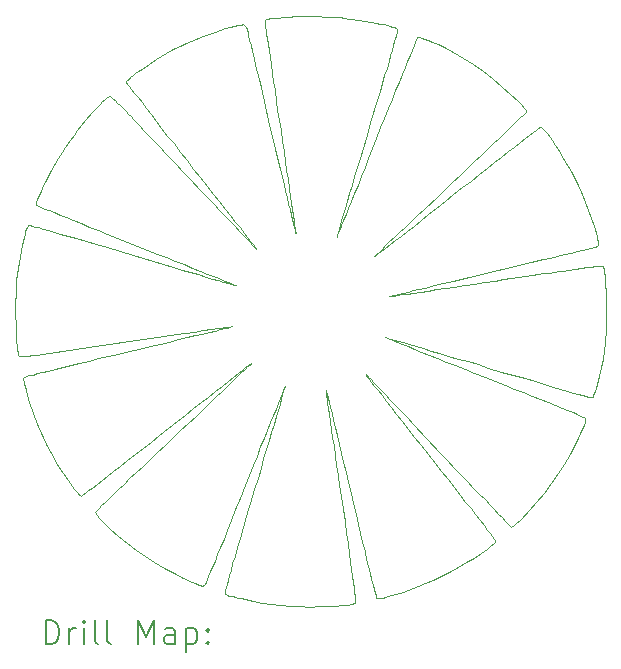
<source format=gbr>
%TF.GenerationSoftware,KiCad,Pcbnew,8.0.4+dfsg-1*%
%TF.CreationDate,2024-08-07T14:19:11+02:00*%
%TF.ProjectId,EMC_antenna,454d435f-616e-4746-956e-6e612e6b6963,rev?*%
%TF.SameCoordinates,Original*%
%TF.FileFunction,Drillmap*%
%TF.FilePolarity,Positive*%
%FSLAX45Y45*%
G04 Gerber Fmt 4.5, Leading zero omitted, Abs format (unit mm)*
G04 Created by KiCad (PCBNEW 8.0.4+dfsg-1) date 2024-08-07 14:19:11*
%MOMM*%
%LPD*%
G01*
G04 APERTURE LIST*
%ADD10C,0.100000*%
%ADD11C,0.200000*%
G04 APERTURE END LIST*
D10*
X12209538Y-9033331D02*
X12211433Y-9135379D01*
X12210001Y-8930255D02*
X12209538Y-9033331D01*
X12211183Y-8880544D02*
X12210001Y-8930255D01*
X12211433Y-9135379D02*
X12213198Y-9183806D01*
X12213036Y-8833230D02*
X12211183Y-8880544D01*
X12213198Y-9183806D02*
X12215472Y-9229322D01*
X12215472Y-9229322D02*
X12218228Y-9271043D01*
X12215585Y-8789198D02*
X12213036Y-8833230D01*
X12218228Y-9271043D02*
X12221440Y-9308083D01*
X12218857Y-8749332D02*
X12215585Y-8789198D01*
X12221440Y-9308083D02*
X12225081Y-9339558D01*
X12225081Y-9339558D02*
X12229124Y-9364584D01*
X12229124Y-9364584D02*
X12233542Y-9382275D01*
X12233542Y-9382275D02*
X12238308Y-9391747D01*
X12238308Y-9391747D02*
X12242290Y-9394402D01*
X12238543Y-8600249D02*
X12218857Y-8749332D01*
X12242290Y-9394402D02*
X12248689Y-9396061D01*
X12248689Y-9396061D02*
X12258339Y-9396667D01*
X12258339Y-9396667D02*
X12272074Y-9396165D01*
X12266027Y-8453805D02*
X12238543Y-8600249D01*
X12272074Y-9396165D02*
X12290729Y-9394498D01*
X12273370Y-8421059D02*
X12266027Y-8453805D01*
X12277307Y-9595288D02*
X12279089Y-9606909D01*
X12277379Y-9580056D02*
X12277307Y-9595288D01*
X12279089Y-9606909D02*
X12282171Y-9621958D01*
X12280702Y-8390781D02*
X12273370Y-8421059D01*
X12281867Y-9571704D02*
X12277379Y-9580056D01*
X12282171Y-9621958D02*
X12286617Y-9641006D01*
X12286617Y-9641006D02*
X12286887Y-9642090D01*
X12286806Y-9641764D02*
X12298869Y-9690221D01*
X12286887Y-9642090D02*
X12292492Y-9664620D01*
X12287478Y-9569587D02*
X12281867Y-9571704D01*
X12287925Y-8363431D02*
X12280702Y-8390781D01*
X12290729Y-9394498D02*
X12315137Y-9391611D01*
X12292492Y-9664620D02*
X12286806Y-9641764D01*
X12294937Y-8339469D02*
X12287925Y-8363431D01*
X12298869Y-9690221D02*
X12326499Y-9786192D01*
X12301641Y-8319356D02*
X12294937Y-8339469D01*
X12301876Y-9565411D02*
X12287478Y-9569587D01*
X12307935Y-8303552D02*
X12301641Y-8319356D01*
X12313722Y-8292517D02*
X12307935Y-8303552D01*
X12315137Y-9391611D02*
X12346134Y-9387448D01*
X12318900Y-8286712D02*
X12313722Y-8292517D01*
X12323376Y-8286693D02*
X12318900Y-8286712D01*
X12324605Y-9559290D02*
X12301876Y-9565411D01*
X12326499Y-9786192D02*
X12358079Y-9880937D01*
X12333876Y-8288570D02*
X12323376Y-8286693D01*
X12346134Y-9387448D02*
X12384552Y-9381951D01*
X12350560Y-8292388D02*
X12333876Y-8288570D01*
X12355210Y-9551334D02*
X12324605Y-9559290D01*
X12358079Y-9880937D02*
X12393556Y-9974292D01*
X12373586Y-8298193D02*
X12350560Y-8292388D01*
X12383277Y-8100440D02*
X12383416Y-8109433D01*
X12383416Y-8109433D02*
X12386103Y-8115288D01*
X12384552Y-9381951D02*
X12883206Y-9309368D01*
X12386060Y-8087308D02*
X12383277Y-8100440D01*
X12386103Y-8115288D02*
X12391359Y-8118089D01*
X12391359Y-8118089D02*
X12405043Y-8124216D01*
X12392134Y-8069032D02*
X12386060Y-8087308D01*
X12393233Y-9541655D02*
X12355210Y-9551334D01*
X12393556Y-9974292D02*
X12432869Y-10066099D01*
X12401870Y-8044611D02*
X12392134Y-8069032D01*
X12403114Y-8306030D02*
X12373586Y-8298193D01*
X12405043Y-8124216D02*
X12426719Y-8133492D01*
X12415641Y-8013043D02*
X12401870Y-8044611D01*
X12424156Y-7994265D02*
X12415641Y-8013043D01*
X12426719Y-8133492D02*
X12455949Y-8145741D01*
X12432869Y-10066099D02*
X12475950Y-10156198D01*
X12433818Y-7973324D02*
X12424156Y-7994265D01*
X12438220Y-9530366D02*
X12393233Y-9541655D01*
X12439303Y-8315945D02*
X12403114Y-8306030D01*
X12444674Y-7950095D02*
X12433818Y-7973324D01*
X12455949Y-8145741D02*
X12492299Y-8160785D01*
X12456771Y-7924452D02*
X12444674Y-7950095D01*
X12475950Y-10156198D02*
X12499112Y-10200436D01*
X12482313Y-8327984D02*
X12439303Y-8315945D01*
X12489715Y-9517578D02*
X12438220Y-9530366D01*
X12492299Y-8160785D02*
X12535331Y-8178447D01*
X12498918Y-7840193D02*
X12456771Y-7924452D01*
X12499112Y-10200436D02*
X12571020Y-10323691D01*
X12532304Y-8342192D02*
X12482313Y-8327984D01*
X12535331Y-8178447D02*
X12584610Y-8198552D01*
X12545222Y-7757979D02*
X12498918Y-7840193D01*
X12547262Y-9503403D02*
X12489715Y-9517578D01*
X12571020Y-10323691D02*
X12652540Y-10446280D01*
X12571348Y-7715263D02*
X12545222Y-7757979D01*
X12584610Y-8198552D02*
X12639698Y-8220921D01*
X12589434Y-8358614D02*
X12532304Y-8342192D01*
X12600212Y-7670208D02*
X12571348Y-7715263D01*
X12610405Y-9487953D02*
X12547262Y-9503403D01*
X12632380Y-7621862D02*
X12600212Y-7670208D01*
X12639698Y-8220921D02*
X12700160Y-8245378D01*
X12652540Y-10446280D02*
X12672103Y-10473539D01*
X12653862Y-8377297D02*
X12589434Y-8358614D01*
X12668418Y-7569277D02*
X12632380Y-7621862D01*
X12672103Y-10473539D02*
X12690720Y-10498565D01*
X12678689Y-9471340D02*
X12610405Y-9487953D01*
X12690720Y-10498565D02*
X12708082Y-10520922D01*
X12700160Y-8245378D02*
X12765558Y-8271747D01*
X12701562Y-7522285D02*
X12668418Y-7569277D01*
X12708082Y-10520922D02*
X12723880Y-10540171D01*
X12723880Y-10540171D02*
X12737804Y-10555874D01*
X12725749Y-8398286D02*
X12653862Y-8377297D01*
X12733318Y-7478981D02*
X12701562Y-7522285D01*
X12737804Y-10555874D02*
X12749545Y-10567593D01*
X12749545Y-10567593D02*
X12758793Y-10574890D01*
X12751658Y-9453676D02*
X12678689Y-9471340D01*
X12758793Y-10574890D02*
X12765240Y-10577327D01*
X12764268Y-7438661D02*
X12733318Y-7478981D01*
X12765240Y-10577327D02*
X12770509Y-10574327D01*
X12765558Y-8271747D02*
X12835458Y-8299850D01*
X12770509Y-10574327D02*
X12782965Y-10565610D01*
X12782965Y-10565610D02*
X12802233Y-10551469D01*
X12794996Y-7400622D02*
X12764268Y-7438661D01*
X12802233Y-10551469D02*
X12827934Y-10532195D01*
X12805254Y-8421626D02*
X12725749Y-8398286D01*
X12827934Y-10532195D02*
X12859692Y-10508081D01*
X12828856Y-9435072D02*
X12751658Y-9453676D01*
X12835458Y-8299850D02*
X12909422Y-8329511D01*
X12858119Y-7328575D02*
X12794996Y-7400622D01*
X12859692Y-10508081D02*
X12897129Y-10479420D01*
X12883206Y-9309368D02*
X13640937Y-9198828D01*
X12884565Y-10713459D02*
X12885205Y-10717537D01*
X12885205Y-10717537D02*
X12888180Y-10723612D01*
X12888180Y-10723612D02*
X12893323Y-10731507D01*
X12888221Y-10708878D02*
X12884565Y-10713459D01*
X12892536Y-8447363D02*
X12805254Y-8421626D01*
X12893323Y-10731507D02*
X12900467Y-10741048D01*
X12897129Y-10479420D02*
X12939869Y-10446504D01*
X12898429Y-10698143D02*
X12888221Y-10708878D01*
X12900467Y-10741048D02*
X12920089Y-10764366D01*
X12909422Y-8329511D02*
X12987014Y-8360552D01*
X12909827Y-9415641D02*
X12828856Y-9435072D01*
X12914851Y-10681575D02*
X12898429Y-10698143D01*
X12920089Y-10764366D02*
X12945710Y-10792165D01*
X12927354Y-7257217D02*
X12858119Y-7328575D01*
X12937152Y-10659500D02*
X12914851Y-10681575D01*
X12939869Y-10446504D02*
X12987533Y-10409625D01*
X12945256Y-7239772D02*
X12927354Y-7257217D01*
X12945710Y-10792165D02*
X13009608Y-10855597D01*
X12960489Y-7225450D02*
X12945256Y-7239772D01*
X12964994Y-10632241D02*
X12937152Y-10659500D01*
X12973306Y-7214057D02*
X12960489Y-7225450D01*
X12983959Y-7205403D02*
X12973306Y-7214057D01*
X12987014Y-8360552D02*
X13067798Y-8392798D01*
X12987533Y-10409625D02*
X13039746Y-10369076D01*
X12987754Y-8475543D02*
X12892536Y-8447363D01*
X12992703Y-7199293D02*
X12983959Y-7205403D01*
X12994115Y-9395494D02*
X12909827Y-9415641D01*
X12998041Y-10600120D02*
X12964994Y-10632241D01*
X12999788Y-7195536D02*
X12992703Y-7199293D01*
X13005469Y-7193939D02*
X12999788Y-7195536D01*
X13009608Y-10855597D02*
X13081476Y-10920128D01*
X13009998Y-7194309D02*
X13005469Y-7193939D01*
X13014292Y-7196188D02*
X13009998Y-7194309D01*
X13020027Y-7199901D02*
X13014292Y-7196188D01*
X13027962Y-7206236D02*
X13020027Y-7199901D01*
X13035958Y-10563461D02*
X12998041Y-10600120D01*
X13038856Y-7215977D02*
X13027962Y-7206236D01*
X13039746Y-10369076D02*
X13096130Y-10325148D01*
X13053467Y-7229911D02*
X13038856Y-7215977D01*
X13067798Y-8392798D02*
X13151337Y-8426070D01*
X13072554Y-7248823D02*
X13053467Y-7229911D01*
X13078406Y-10522588D02*
X13035958Y-10563461D01*
X13081265Y-9374743D02*
X12994115Y-9395494D01*
X13081476Y-10920128D02*
X13152980Y-10978330D01*
X13091068Y-8506210D02*
X12987754Y-8475543D01*
X13096130Y-10325148D02*
X13156307Y-10278136D01*
X13096876Y-7273499D02*
X13072554Y-7248823D01*
X13125051Y-10477824D02*
X13078406Y-10522588D01*
X13127191Y-7304726D02*
X13096876Y-7273499D01*
X13144834Y-7323041D02*
X13127191Y-7304726D01*
X13146720Y-7073516D02*
X13149722Y-7078779D01*
X13149159Y-7067075D02*
X13146720Y-7073516D01*
X13149722Y-7078779D02*
X13158446Y-7091224D01*
X13151337Y-8426070D02*
X13237196Y-8460193D01*
X13152980Y-10978330D02*
X13228516Y-11035172D01*
X13156307Y-10278136D02*
X13219900Y-10228330D01*
X13156463Y-7057836D02*
X13149159Y-7067075D01*
X13158446Y-7091224D02*
X13172600Y-7110473D01*
X13164259Y-7343288D02*
X13144834Y-7323041D01*
X13168193Y-7046106D02*
X13156463Y-7057836D01*
X13170821Y-9353501D02*
X13081265Y-9374743D01*
X13172600Y-7110473D02*
X13191889Y-7136149D01*
X13175554Y-10429493D02*
X13125051Y-10477824D01*
X13183912Y-7032196D02*
X13168193Y-7046106D01*
X13185562Y-7365566D02*
X13164259Y-7343288D01*
X13191889Y-7136149D02*
X13216023Y-7167876D01*
X13202638Y-8539412D02*
X13091068Y-8506210D01*
X13203179Y-7016413D02*
X13183912Y-7032196D01*
X13208838Y-7389973D02*
X13185562Y-7365566D01*
X13216023Y-7167876D02*
X13244708Y-7205277D01*
X13219900Y-10228330D02*
X13286533Y-10176023D01*
X13225558Y-6999068D02*
X13203179Y-7016413D01*
X13228516Y-11035172D02*
X13306976Y-11089964D01*
X13229581Y-10377917D02*
X13175554Y-10429493D01*
X13234181Y-7416606D02*
X13208838Y-7389973D01*
X13237196Y-8460193D02*
X13322997Y-8494274D01*
X13244708Y-7205277D02*
X13277651Y-7247975D01*
X13250609Y-6980469D02*
X13225558Y-6999068D01*
X13260290Y-9332299D02*
X13170821Y-9353501D01*
X13261686Y-7445565D02*
X13234181Y-7416606D01*
X13277651Y-7247975D02*
X13314561Y-7295594D01*
X13277894Y-6960925D02*
X13250609Y-6980469D01*
X13286533Y-10176023D02*
X13355828Y-10121508D01*
X13286795Y-10323420D02*
X13229581Y-10377917D01*
X13291449Y-7476947D02*
X13261686Y-7445565D01*
X13291509Y-8565872D02*
X13202638Y-8539412D01*
X13306976Y-11089964D02*
X13387251Y-11142014D01*
X13314561Y-7295594D02*
X13355144Y-7347756D01*
X13322997Y-8494274D02*
X13406368Y-8527423D01*
X13323563Y-7510850D02*
X13291449Y-7476947D01*
X13346859Y-10266326D02*
X13286795Y-10323420D01*
X13347184Y-9311670D02*
X13260290Y-9332299D01*
X13355144Y-7347756D02*
X13399107Y-7404085D01*
X13355828Y-10121508D02*
X13427408Y-10065077D01*
X13358125Y-7547373D02*
X13323563Y-7510850D01*
X13377912Y-8591567D02*
X13291509Y-8565872D01*
X13387251Y-11142014D02*
X13468235Y-11190629D01*
X13395228Y-7586615D02*
X13358125Y-7547373D01*
X13399107Y-7404085D02*
X13446159Y-7464204D01*
X13400602Y-6879483D02*
X13277894Y-6960925D01*
X13406368Y-8527423D02*
X13486880Y-8559467D01*
X13409436Y-10206958D02*
X13346859Y-10266326D01*
X13427408Y-10065077D02*
X13500895Y-10007023D01*
X13431056Y-9291720D02*
X13347184Y-9311670D01*
X13434967Y-7628672D02*
X13395228Y-7586615D01*
X13446159Y-7464204D02*
X13496006Y-7527735D01*
X13461399Y-8616364D02*
X13377912Y-8591567D01*
X13468235Y-11190629D02*
X13548818Y-11235120D01*
X13474191Y-10145639D02*
X13409436Y-10206958D01*
X13477438Y-7673644D02*
X13434967Y-7628672D01*
X13486880Y-8559467D02*
X13564100Y-8590234D01*
X13496006Y-7527735D02*
X13548356Y-7594304D01*
X13500895Y-10007023D02*
X13574235Y-9949044D01*
X13511458Y-9272556D02*
X13431056Y-9291720D01*
X13522735Y-7721629D02*
X13477438Y-7673644D01*
X13523971Y-6807650D02*
X13400602Y-6879483D01*
X13540786Y-10082693D02*
X13474191Y-10145639D01*
X13541520Y-8640132D02*
X13461399Y-8616364D01*
X13548356Y-7594304D02*
X13602916Y-7663531D01*
X13548818Y-11235120D02*
X13627894Y-11274793D01*
X13563235Y-6787679D02*
X13523971Y-6807650D01*
X13564100Y-8590234D02*
X13637598Y-8619551D01*
X13570953Y-7772725D02*
X13522735Y-7721629D01*
X13574235Y-9949044D02*
X13645379Y-9892835D01*
X13587945Y-9254288D02*
X13511458Y-9272556D01*
X13602916Y-7663531D02*
X13659393Y-7735042D01*
X13606111Y-6767273D02*
X13563235Y-6787679D01*
X13607439Y-10019744D02*
X13540786Y-10082693D01*
X13617827Y-8662738D02*
X13541520Y-8640132D01*
X13622187Y-7827030D02*
X13570953Y-7772725D01*
X13627894Y-11274793D02*
X13704354Y-11308958D01*
X13637598Y-8619551D02*
X13706944Y-8647245D01*
X13640937Y-9198828D02*
X13720519Y-9187255D01*
X13645379Y-9892835D02*
X13713967Y-9838680D01*
X13651819Y-6746705D02*
X13606111Y-6767273D01*
X13659393Y-7735042D02*
X13717496Y-7808458D01*
X13660067Y-9237023D02*
X13587945Y-9254288D01*
X13672360Y-9958416D02*
X13607439Y-10019744D01*
X13676532Y-7884642D02*
X13622187Y-7827030D01*
X13689873Y-8684049D02*
X13617827Y-8662738D01*
X13699576Y-6726247D02*
X13651819Y-6746705D01*
X13704354Y-11308958D02*
X13727159Y-11318314D01*
X13706944Y-8647245D02*
X13771707Y-8673144D01*
X13713967Y-9838680D02*
X13779635Y-9786866D01*
X13717496Y-7808458D02*
X13775399Y-7881599D01*
X13720519Y-9187255D02*
X13795018Y-9176548D01*
X13727159Y-11318314D02*
X13746243Y-11325780D01*
X13727380Y-9220868D02*
X13660067Y-9237023D01*
X13735209Y-9899032D02*
X13672360Y-9958416D01*
X13746243Y-11325780D02*
X13761986Y-11331463D01*
X13757208Y-8703935D02*
X13689873Y-8684049D01*
X13761986Y-11331463D02*
X13774769Y-11335468D01*
X13771707Y-8673144D02*
X13831456Y-8697075D01*
X13774769Y-11335468D02*
X13792979Y-11338876D01*
X13775399Y-7881599D02*
X13831292Y-7952302D01*
X13779635Y-9786866D02*
X13842021Y-9737676D01*
X13784846Y-7999433D02*
X13676532Y-7884642D01*
X13789435Y-9205932D02*
X13727380Y-9220868D01*
X13792979Y-11338876D02*
X13803919Y-11336857D01*
X13795018Y-9176548D02*
X13862785Y-9166934D01*
X13795642Y-9841917D02*
X13735209Y-9899032D01*
X13798116Y-6686761D02*
X13699576Y-6726247D01*
X13803919Y-11336857D02*
X13806928Y-11332835D01*
X13806928Y-11332835D02*
X13812272Y-11322690D01*
X13812272Y-11322690D02*
X13819990Y-11306333D01*
X13819385Y-8722263D02*
X13757208Y-8703935D01*
X13819990Y-11306333D02*
X13830117Y-11283672D01*
X13830117Y-11283672D02*
X13842692Y-11254619D01*
X13831292Y-7952302D02*
X13884902Y-8020216D01*
X13831456Y-8697075D02*
X13885761Y-8718865D01*
X13842021Y-9737676D02*
X13900762Y-9691396D01*
X13842692Y-11254619D02*
X13857751Y-11219082D01*
X13845784Y-9192322D02*
X13789435Y-9205932D01*
X13853319Y-9787394D02*
X13795642Y-9841917D01*
X13857751Y-11219082D02*
X13875331Y-11176971D01*
X13862785Y-9166934D02*
X13922172Y-9158641D01*
X13875331Y-11176971D02*
X13895469Y-11128197D01*
X13875954Y-8738902D02*
X13819385Y-8722263D01*
X13884902Y-8020216D02*
X13935955Y-8084992D01*
X13885761Y-8718865D02*
X13934190Y-8738343D01*
X13887392Y-8108026D02*
X13784846Y-7999433D01*
X13895469Y-11128197D02*
X13918203Y-11072669D01*
X13895481Y-6651002D02*
X13798116Y-6686761D01*
X13895982Y-9180146D02*
X13845784Y-9192322D01*
X13900762Y-9691396D02*
X13955496Y-9648310D01*
X13907896Y-9735787D02*
X13853319Y-9787394D01*
X13918203Y-11072669D02*
X13943569Y-11010296D01*
X13922172Y-9158641D02*
X13948208Y-9155061D01*
X13926467Y-8753718D02*
X13875954Y-8738902D01*
X13934190Y-8738343D02*
X13976313Y-8755334D01*
X13935768Y-8159221D02*
X13887392Y-8108026D01*
X13935955Y-8084992D02*
X13984180Y-8146281D01*
X13939581Y-9169512D02*
X13895982Y-9180146D01*
X13941769Y-6635205D02*
X13895481Y-6651002D01*
X13943569Y-11010296D02*
X13971605Y-10940989D01*
X13948208Y-9155061D02*
X13971530Y-9151897D01*
X13955496Y-9648310D02*
X14005860Y-9608704D01*
X13959032Y-9687419D02*
X13907896Y-9735787D01*
X13970477Y-8766580D02*
X13926467Y-8753718D01*
X13971530Y-9151897D02*
X13991933Y-9149178D01*
X13971605Y-10940989D02*
X14002348Y-10864658D01*
X13976134Y-9160527D02*
X13939581Y-9169512D01*
X13976313Y-8755334D02*
X14011700Y-8769667D01*
X13980571Y-11398932D02*
X13980793Y-11403363D01*
X13980793Y-11403363D02*
X13984209Y-11408293D01*
X13981819Y-8207936D02*
X13935768Y-8159221D01*
X13982039Y-11389280D02*
X13980571Y-11398932D01*
X13984180Y-8146281D02*
X14029302Y-8203732D01*
X13984209Y-11408293D02*
X13990386Y-11412816D01*
X13985290Y-11374074D02*
X13982039Y-11389280D01*
X13985420Y-6621161D02*
X13941769Y-6635205D01*
X13990386Y-11412816D02*
X14001821Y-11417602D01*
X13990421Y-11352982D02*
X13985290Y-11374074D01*
X13991933Y-9149178D02*
X14009210Y-9146931D01*
X13997525Y-11325671D02*
X13990421Y-11352982D01*
X14001821Y-11417602D02*
X14021015Y-11423322D01*
X14002348Y-10864658D02*
X14035834Y-10781212D01*
X14005193Y-9153300D02*
X13976134Y-9160527D01*
X14005860Y-9608704D02*
X14051493Y-9572862D01*
X14006385Y-9642615D02*
X13959032Y-9687419D01*
X14006698Y-11291811D02*
X13997525Y-11325671D01*
X14007533Y-8777356D02*
X13970477Y-8766580D01*
X14009210Y-9146931D02*
X14023155Y-9145185D01*
X14011700Y-8769667D02*
X14039920Y-8781168D01*
X14018034Y-11251067D02*
X14006698Y-11291811D01*
X14021015Y-11423322D02*
X14034302Y-11426741D01*
X14023155Y-9145185D02*
X14033563Y-9143969D01*
X14025253Y-8253859D02*
X13981819Y-8207936D01*
X14025652Y-6609143D02*
X13985420Y-6621161D01*
X14026312Y-9147938D02*
X14005193Y-9153300D01*
X14029302Y-8203732D02*
X14071049Y-8256997D01*
X14031628Y-11203109D02*
X14018034Y-11251067D01*
X14033563Y-9143969D02*
X14040226Y-9143311D01*
X14034302Y-11426741D02*
X14050465Y-11430645D01*
X14035834Y-10781212D02*
X14072101Y-10690560D01*
X14037189Y-8785914D02*
X14007533Y-8777356D01*
X14039043Y-9144549D02*
X14026312Y-9147938D01*
X14039920Y-8781168D02*
X14060541Y-8789666D01*
X14040226Y-9143311D02*
X14042940Y-9143240D01*
X14042940Y-9143240D02*
X14039043Y-9144549D01*
X14047576Y-11147604D02*
X14031628Y-11203109D01*
X14049613Y-9601697D02*
X14006385Y-9642615D01*
X14050465Y-11430645D02*
X14069817Y-11435117D01*
X14051493Y-9572862D02*
X14092030Y-9541070D01*
X14058996Y-8792122D02*
X14037189Y-8785914D01*
X14060541Y-8789666D02*
X14073134Y-8794987D01*
X14061683Y-6599426D02*
X14025652Y-6609143D01*
X14065775Y-8296680D02*
X14025253Y-8253859D01*
X14065972Y-11084219D02*
X14047576Y-11147604D01*
X14069817Y-11435117D02*
X14092671Y-11440241D01*
X14071049Y-8256997D02*
X14109148Y-8305726D01*
X14072101Y-10690560D02*
X14111186Y-10592614D01*
X14072505Y-8795847D02*
X14058996Y-8792122D01*
X14073134Y-8794987D02*
X14077267Y-8796959D01*
X14077267Y-8796959D02*
X14072505Y-8795847D01*
X14086911Y-11012623D02*
X14065972Y-11084219D01*
X14088374Y-9564991D02*
X14049613Y-9601697D01*
X14092030Y-9541070D02*
X14127110Y-9513611D01*
X14092671Y-11440241D02*
X14119338Y-11446101D01*
X14092734Y-6592282D02*
X14061683Y-6599426D01*
X14103092Y-8336088D02*
X14065775Y-8296680D01*
X14109148Y-8305726D02*
X14143326Y-8349570D01*
X14110487Y-10932483D02*
X14086911Y-11012623D01*
X14111186Y-10592614D02*
X14153126Y-10487282D01*
X14118022Y-6587986D02*
X14092734Y-6592282D01*
X14119338Y-11446101D02*
X14150132Y-11452781D01*
X14122324Y-9532818D02*
X14088374Y-9564991D01*
X14127110Y-9513611D02*
X14156371Y-9490771D01*
X14136766Y-6586810D02*
X14118022Y-6587986D01*
X14136797Y-10843467D02*
X14110487Y-10932483D01*
X14136909Y-8371773D02*
X14103092Y-8336088D01*
X14143326Y-8349570D02*
X14173310Y-8388177D01*
X14148185Y-6589029D02*
X14136766Y-6586810D01*
X14150132Y-11452781D02*
X14185364Y-11460364D01*
X14151124Y-9505504D02*
X14122324Y-9532818D01*
X14153126Y-10487282D02*
X14187253Y-10401529D01*
X14155900Y-6596864D02*
X14148185Y-6589029D01*
X14156371Y-9490771D02*
X14179449Y-9472836D01*
X14163591Y-6612863D02*
X14155900Y-6596864D01*
X14165934Y-10745242D02*
X14136797Y-10843467D01*
X14166933Y-8403424D02*
X14136909Y-8371773D01*
X14167598Y-6624369D02*
X14163591Y-6612863D01*
X14171803Y-6638451D02*
X14167598Y-6624369D01*
X14173310Y-8388177D02*
X14198828Y-8421200D01*
X14174430Y-9483372D02*
X14151124Y-9505504D01*
X14176275Y-6655286D02*
X14171803Y-6638451D01*
X14179449Y-9472836D02*
X14195983Y-9460089D01*
X14181082Y-6675054D02*
X14176275Y-6655286D01*
X14181592Y-10692573D02*
X14165934Y-10745242D01*
X14185364Y-11460364D02*
X14225346Y-11468934D01*
X14187253Y-10401529D02*
X14220448Y-10318204D01*
X14191087Y-6717627D02*
X14181082Y-6675054D01*
X14191900Y-9466745D02*
X14174430Y-9483372D01*
X14192869Y-8430731D02*
X14166933Y-8403424D01*
X14195983Y-9460089D02*
X14205609Y-9452817D01*
X14197993Y-10637477D02*
X14181592Y-10692573D01*
X14198828Y-8421200D02*
X14219606Y-8448289D01*
X14202161Y-6764638D02*
X14191087Y-6717627D01*
X14203193Y-9455947D02*
X14191900Y-9466745D01*
X14205609Y-9452817D02*
X14207966Y-9451303D01*
X14207966Y-9451303D02*
X14203193Y-9455947D01*
X14214213Y-6815705D02*
X14202161Y-6764638D01*
X14214424Y-8453383D02*
X14192869Y-8430731D01*
X14215148Y-10579913D02*
X14197993Y-10637477D01*
X14219606Y-8448289D02*
X14235371Y-8469093D01*
X14220448Y-10318204D02*
X14252536Y-10237738D01*
X14225346Y-11468934D02*
X14298545Y-11482996D01*
X14227153Y-6870449D02*
X14214213Y-6815705D01*
X14231303Y-8471070D02*
X14214424Y-8453383D01*
X14233070Y-10519839D02*
X14215148Y-10579913D01*
X14235371Y-8469093D02*
X14245850Y-8483264D01*
X14240889Y-6928490D02*
X14227153Y-6870449D01*
X14243213Y-8483481D02*
X14231303Y-8471070D01*
X14245850Y-8483264D02*
X14250771Y-8490452D01*
X14249860Y-8490306D02*
X14243213Y-8483481D01*
X14250771Y-8490452D02*
X14249860Y-8490306D01*
X14252536Y-10237738D02*
X14283345Y-10160561D01*
X14255331Y-6989449D02*
X14240889Y-6928490D01*
X14259504Y-10431219D02*
X14233070Y-10519839D01*
X14270389Y-7052945D02*
X14255331Y-6989449D01*
X14283345Y-10160561D02*
X14312702Y-10087104D01*
X14285173Y-10345060D02*
X14259504Y-10431219D01*
X14285972Y-7118599D02*
X14270389Y-7052945D01*
X14298545Y-11482996D02*
X14375284Y-11494671D01*
X14309945Y-10261810D02*
X14285173Y-10345060D01*
X14312702Y-10087104D02*
X14340435Y-10017797D01*
X14319366Y-6570780D02*
X14320695Y-6584973D01*
X14319820Y-6559520D02*
X14319366Y-6570780D01*
X14320695Y-6584973D02*
X14321816Y-6592655D01*
X14321816Y-6592655D02*
X14324221Y-6608957D01*
X14322062Y-6551161D02*
X14319820Y-6559520D01*
X14324221Y-6608957D02*
X14327840Y-6633419D01*
X14326097Y-6545671D02*
X14322062Y-6551161D01*
X14327840Y-6633419D02*
X14332606Y-6665579D01*
X14332606Y-6665579D02*
X14338451Y-6704977D01*
X14332806Y-6542968D02*
X14326097Y-6545671D01*
X14333688Y-10181916D02*
X14309945Y-10261810D01*
X14338451Y-6704977D02*
X14345305Y-6751151D01*
X14340435Y-10017797D02*
X14366369Y-9953071D01*
X14345305Y-6751151D02*
X14353100Y-6803640D01*
X14346652Y-6540041D02*
X14332806Y-6542968D01*
X14351738Y-7395194D02*
X14285972Y-7118599D01*
X14353100Y-6803640D02*
X14361768Y-6861984D01*
X14356271Y-10105824D02*
X14333688Y-10181916D01*
X14361768Y-6861984D02*
X14371240Y-6925722D01*
X14366369Y-9953071D02*
X14390333Y-9893355D01*
X14367639Y-6536889D02*
X14346652Y-6540041D01*
X14371240Y-6925722D02*
X14381448Y-6994391D01*
X14375284Y-11494671D02*
X14454770Y-11503907D01*
X14377561Y-10033982D02*
X14356271Y-10105824D01*
X14381448Y-6994391D02*
X14392323Y-7067532D01*
X14390333Y-9893355D02*
X14412153Y-9839081D01*
X14392323Y-7067532D02*
X14403796Y-7144684D01*
X14395776Y-6533512D02*
X14367639Y-6536889D01*
X14397427Y-9966837D02*
X14377561Y-10033982D01*
X14403796Y-7144684D02*
X14415800Y-7225384D01*
X14412153Y-9839081D02*
X14431657Y-9790679D01*
X14415737Y-9904837D02*
X14397427Y-9966837D01*
X14415800Y-7225384D02*
X14428265Y-7309173D01*
X14418649Y-7675921D02*
X14351738Y-7395194D01*
X14428265Y-7309173D02*
X14441123Y-7395590D01*
X14431069Y-6529909D02*
X14395776Y-6533512D01*
X14431657Y-9790679D02*
X14448672Y-9748579D01*
X14432358Y-9848427D02*
X14415737Y-9904837D01*
X14441123Y-7395590D02*
X14454307Y-7484172D01*
X14447159Y-9798057D02*
X14432358Y-9848427D01*
X14448672Y-9748579D02*
X14463024Y-9713212D01*
X14450721Y-7810237D02*
X14418649Y-7675921D01*
X14454307Y-7484172D02*
X14467458Y-7572602D01*
X14454770Y-11503907D02*
X14536206Y-11510651D01*
X14460008Y-9754171D02*
X14447159Y-9798057D01*
X14463024Y-9713212D02*
X14474542Y-9685008D01*
X14467458Y-7572602D02*
X14480222Y-7658570D01*
X14470773Y-9717219D02*
X14460008Y-9754171D01*
X14473523Y-6526079D02*
X14431069Y-6529909D01*
X14474542Y-9685008D02*
X14483051Y-9664398D01*
X14479322Y-9687647D02*
X14470773Y-9717219D01*
X14480222Y-7658570D02*
X14492534Y-7741631D01*
X14480905Y-7936470D02*
X14450721Y-7810237D01*
X14483051Y-9664398D02*
X14488380Y-9651812D01*
X14485523Y-9665902D02*
X14479322Y-9687647D01*
X14488380Y-9651812D02*
X14490354Y-9647681D01*
X14489244Y-9652431D02*
X14485523Y-9665902D01*
X14490354Y-9647681D02*
X14489244Y-9652431D01*
X14492534Y-7741631D02*
X14504328Y-7821338D01*
X14495061Y-7995606D02*
X14480905Y-7936470D01*
X14504328Y-7821338D02*
X14515540Y-7897246D01*
X14508473Y-8051581D02*
X14495061Y-7995606D01*
X14515540Y-7897246D02*
X14526103Y-7968908D01*
X14521051Y-8104015D02*
X14508473Y-8051581D01*
X14523147Y-6522021D02*
X14473523Y-6526079D01*
X14526103Y-7968908D02*
X14535954Y-8035880D01*
X14532703Y-8152530D02*
X14521051Y-8104015D01*
X14535954Y-8035880D02*
X14545025Y-8097714D01*
X14536206Y-11510651D02*
X14618798Y-11514850D01*
X14543338Y-8196744D02*
X14532703Y-8152530D01*
X14545025Y-8097714D02*
X14553252Y-8153964D01*
X14552867Y-8236279D02*
X14543338Y-8196744D01*
X14553252Y-8153964D02*
X14560570Y-8204186D01*
X14560570Y-8204186D02*
X14566913Y-8247933D01*
X14561199Y-8270754D02*
X14552867Y-8236279D01*
X14566913Y-8247933D02*
X14572216Y-8284759D01*
X14568242Y-8299789D02*
X14561199Y-8270754D01*
X14572216Y-8284759D02*
X14576413Y-8314218D01*
X14573906Y-8323005D02*
X14568242Y-8299789D01*
X14576413Y-8314218D02*
X14579440Y-8335865D01*
X14578101Y-8340021D02*
X14573906Y-8323005D01*
X14579440Y-8335865D02*
X14581231Y-8349253D01*
X14579946Y-6517736D02*
X14523147Y-6522021D01*
X14580736Y-8350458D02*
X14578101Y-8340021D01*
X14581231Y-8349253D02*
X14581720Y-8353936D01*
X14581720Y-8353936D02*
X14580736Y-8350458D01*
X14593295Y-6517058D02*
X14579946Y-6517736D01*
X14610763Y-6516635D02*
X14593295Y-6517058D01*
X14618798Y-11514850D02*
X14701749Y-11516450D01*
X14631813Y-6516450D02*
X14610763Y-6516635D01*
X14655908Y-6516490D02*
X14631813Y-6516450D01*
X14701749Y-11516450D02*
X14784266Y-11515399D01*
X14711084Y-6517183D02*
X14655908Y-6516490D01*
X14771994Y-6518593D02*
X14711084Y-6517183D01*
X14784266Y-11515399D02*
X14865551Y-11511643D01*
X14834343Y-6520603D02*
X14771994Y-6518593D01*
X14836984Y-9681935D02*
X14838293Y-9685832D01*
X14837431Y-9687204D02*
X14836984Y-9681935D01*
X14838293Y-9685832D02*
X14841684Y-9698555D01*
X14839187Y-9701375D02*
X14837431Y-9687204D01*
X14841684Y-9698555D02*
X14847050Y-9719657D01*
X14842189Y-9723989D02*
X14839187Y-9701375D01*
X14846370Y-9754586D02*
X14842189Y-9723989D01*
X14847050Y-9719657D02*
X14854283Y-9748692D01*
X14851665Y-9792708D02*
X14846370Y-9754586D01*
X14854283Y-9748692D02*
X14863275Y-9785213D01*
X14858008Y-9837896D02*
X14851665Y-9792708D01*
X14863275Y-9785213D02*
X14873919Y-9828773D01*
X14865334Y-9889690D02*
X14858008Y-9837896D01*
X14865551Y-11511643D02*
X14898968Y-11509486D01*
X14873578Y-9947631D02*
X14865334Y-9889690D01*
X14873919Y-9828773D02*
X14886105Y-9878925D01*
X14882674Y-10011260D02*
X14873578Y-9947631D01*
X14886105Y-9878925D02*
X14899728Y-9935223D01*
X14892556Y-10080119D02*
X14882674Y-10011260D01*
X14893835Y-6523092D02*
X14834343Y-6520603D01*
X14898968Y-11509486D02*
X14928774Y-11507497D01*
X14899728Y-9935223D02*
X14914678Y-9997220D01*
X14903159Y-10153747D02*
X14892556Y-10080119D01*
X14914418Y-10231687D02*
X14903159Y-10153747D01*
X14914678Y-9997220D02*
X14930847Y-10064470D01*
X14921167Y-6524480D02*
X14893835Y-6523092D01*
X14926267Y-10313478D02*
X14914418Y-10231687D01*
X14928774Y-11507497D02*
X14955182Y-11505644D01*
X14928810Y-8384268D02*
X14929857Y-8379727D01*
X14929857Y-8379727D02*
X14933393Y-8366869D01*
X14930785Y-8380139D02*
X14928810Y-8384268D01*
X14930847Y-10064470D02*
X14948129Y-10136525D01*
X14933393Y-8366869D02*
X14939293Y-8346120D01*
X14936111Y-8367559D02*
X14930785Y-8380139D01*
X14938641Y-10398663D02*
X14926267Y-10313478D01*
X14939293Y-8346120D02*
X14947431Y-8317907D01*
X14944618Y-8346958D02*
X14936111Y-8367559D01*
X14946173Y-6525942D02*
X14921167Y-6524480D01*
X14947431Y-8317907D02*
X14957681Y-8282656D01*
X14948129Y-10136525D02*
X14966414Y-10212939D01*
X14951473Y-10486781D02*
X14938641Y-10398663D01*
X14955182Y-11505644D02*
X14978409Y-11503897D01*
X14956131Y-8318766D02*
X14944618Y-8346958D01*
X14957681Y-8282656D02*
X14969919Y-8240794D01*
X14964700Y-10577373D02*
X14951473Y-10486781D01*
X14966414Y-10212939D02*
X14985595Y-10293265D01*
X14968317Y-6527465D02*
X14946173Y-6525942D01*
X14969919Y-8240794D02*
X14984018Y-8192747D01*
X14970478Y-8283414D02*
X14956131Y-8318766D01*
X14978409Y-11503897D02*
X14998670Y-11502225D01*
X14981168Y-10690251D02*
X14964700Y-10577373D01*
X14984018Y-8192747D02*
X14999852Y-8138942D01*
X14985595Y-10293265D02*
X15005564Y-10377057D01*
X14987061Y-6529033D02*
X14968317Y-6527465D01*
X14987486Y-8241332D02*
X14970478Y-8283414D01*
X14996373Y-10794946D02*
X14981168Y-10690251D01*
X14998670Y-11502225D02*
X15016180Y-11500597D01*
X14999852Y-8138942D02*
X15017296Y-8079806D01*
X15005564Y-10377057D02*
X15026214Y-10463867D01*
X15006982Y-8192950D02*
X14987486Y-8241332D01*
X15010335Y-10891598D02*
X14996373Y-10794946D01*
X15016180Y-11500597D02*
X15031155Y-11498982D01*
X15017296Y-8079806D02*
X15036225Y-8015764D01*
X15023073Y-10980348D02*
X15010335Y-10891598D01*
X15026214Y-10463867D02*
X15047436Y-10553249D01*
X15028794Y-8138698D02*
X15006982Y-8192950D01*
X15031155Y-11498982D02*
X15043809Y-11497350D01*
X15034605Y-11061335D02*
X15023073Y-10980348D01*
X15036225Y-8015764D02*
X15056512Y-7947243D01*
X15043809Y-11497350D02*
X15063019Y-11493910D01*
X15044951Y-11134700D02*
X15034605Y-11061335D01*
X15047436Y-10553249D02*
X15068699Y-10642719D01*
X15052749Y-8079007D02*
X15028794Y-8138698D01*
X15054130Y-11200583D02*
X15044951Y-11134700D01*
X15056512Y-7947243D02*
X15078032Y-7874670D01*
X15062160Y-11259124D02*
X15054130Y-11200583D01*
X15063019Y-11493910D02*
X15075532Y-11490033D01*
X15068699Y-10642719D02*
X15089471Y-10729786D01*
X15069062Y-11310464D02*
X15062160Y-11259124D01*
X15074853Y-11354742D02*
X15069062Y-11310464D01*
X15075532Y-11490033D02*
X15083071Y-11485471D01*
X15078032Y-7874670D02*
X15100659Y-7798472D01*
X15078673Y-8014307D02*
X15052749Y-8079007D01*
X15079554Y-11392100D02*
X15074853Y-11354742D01*
X15083071Y-11485471D02*
X15087358Y-11479980D01*
X15083182Y-11422676D02*
X15079554Y-11392100D01*
X15085758Y-11446613D02*
X15083182Y-11422676D01*
X15087299Y-11464048D02*
X15085758Y-11446613D01*
X15087358Y-11479980D02*
X15087826Y-11475124D01*
X15087826Y-11475124D02*
X15087299Y-11464048D01*
X15089471Y-10729786D02*
X15109639Y-10813994D01*
X15100659Y-7798472D02*
X15124268Y-7719074D01*
X15106394Y-7945028D02*
X15078673Y-8014307D01*
X15109639Y-10813994D02*
X15129091Y-10894889D01*
X15122831Y-6546878D02*
X14987061Y-6529033D01*
X15124268Y-7719074D02*
X15148733Y-7636904D01*
X15129091Y-10894889D02*
X15147716Y-10972015D01*
X15135740Y-7871601D02*
X15106394Y-7945028D01*
X15147716Y-10972015D02*
X15165400Y-11044916D01*
X15148733Y-7636904D02*
X15173927Y-7552387D01*
X15165400Y-11044916D02*
X15182033Y-11113138D01*
X15166536Y-7794456D02*
X15135740Y-7871601D01*
X15173927Y-7552387D02*
X15223897Y-7384836D01*
X15174889Y-9548344D02*
X15176482Y-9549265D01*
X15176482Y-9549265D02*
X15184072Y-9557136D01*
X15179144Y-9554777D02*
X15174889Y-9548344D01*
X15182033Y-11113138D02*
X15197503Y-11176224D01*
X15184072Y-9557136D02*
X15197413Y-9571093D01*
X15188978Y-9568219D02*
X15179144Y-9554777D01*
X15197413Y-9571093D02*
X15216182Y-9590796D01*
X15197503Y-11176224D02*
X15211696Y-11233720D01*
X15198612Y-7714023D02*
X15166536Y-7794456D01*
X15204122Y-9588325D02*
X15188978Y-9568219D01*
X15211696Y-11233720D02*
X15224502Y-11285171D01*
X15216182Y-9590796D02*
X15240055Y-9615903D01*
X15223897Y-7384836D02*
X15271020Y-7226764D01*
X15224305Y-9614748D02*
X15204122Y-9588325D01*
X15224502Y-11285171D02*
X15235807Y-11330120D01*
X15231792Y-7630732D02*
X15198612Y-7714023D01*
X15235807Y-11330120D02*
X15245501Y-11368112D01*
X15240055Y-9615903D02*
X15268709Y-9646072D01*
X15242468Y-8551122D02*
X15243390Y-8549531D01*
X15243390Y-8549531D02*
X15251268Y-8541948D01*
X15245501Y-11368112D02*
X15253471Y-11398693D01*
X15248907Y-8546871D02*
X15242468Y-8551122D01*
X15249259Y-9647142D02*
X15224305Y-9614748D01*
X15251268Y-8541948D02*
X15265239Y-8528620D01*
X15253471Y-11398693D02*
X15259606Y-11421406D01*
X15259606Y-11421406D02*
X15263792Y-11435797D01*
X15262362Y-8537047D02*
X15248907Y-8546871D01*
X15263792Y-11435797D02*
X15265918Y-11441410D01*
X15263797Y-6572955D02*
X15122831Y-6546878D01*
X15265239Y-8528620D02*
X15284961Y-8509870D01*
X15265906Y-7545014D02*
X15231792Y-7630732D01*
X15265918Y-11441410D02*
X15274582Y-11445860D01*
X15268709Y-9646072D02*
X15301821Y-9680964D01*
X15271020Y-7226764D02*
X15293181Y-7152403D01*
X15274582Y-11445860D02*
X15290926Y-11445614D01*
X15278714Y-9685163D02*
X15249259Y-9647142D01*
X15282487Y-8521918D02*
X15262362Y-8537047D01*
X15284961Y-8509870D02*
X15310092Y-8486020D01*
X15290926Y-11445614D02*
X15303551Y-11443528D01*
X15293181Y-7152403D02*
X15314230Y-7081757D01*
X15296201Y-6579992D02*
X15263797Y-6572955D01*
X15300061Y-7459240D02*
X15265906Y-7545014D01*
X15301821Y-9680964D02*
X15339068Y-9720237D01*
X15303551Y-11443528D02*
X15319984Y-11440026D01*
X15308936Y-8501754D02*
X15282487Y-8521918D01*
X15310092Y-8486020D02*
X15340291Y-8457393D01*
X15312401Y-9728465D02*
X15278714Y-9685163D01*
X15314230Y-7081757D02*
X15334033Y-7015273D01*
X15319984Y-11440026D02*
X15340854Y-11435026D01*
X15326495Y-6587033D02*
X15296201Y-6579992D01*
X15333364Y-7375783D02*
X15300061Y-7459240D01*
X15334033Y-7015273D02*
X15352458Y-6953399D01*
X15339068Y-9720237D02*
X15380126Y-9763550D01*
X15340291Y-8457393D02*
X15375216Y-8424313D01*
X15340854Y-11435026D02*
X15366790Y-11428448D01*
X15341362Y-8476824D02*
X15308936Y-8501754D01*
X15341601Y-9235294D02*
X15346315Y-9236434D01*
X15345765Y-9237235D02*
X15341601Y-9235294D01*
X15346315Y-9236434D02*
X15359741Y-9240184D01*
X15350051Y-9776701D02*
X15312401Y-9728465D01*
X15352458Y-6953399D02*
X15369371Y-6896585D01*
X15354195Y-6593974D02*
X15326495Y-6587033D01*
X15358388Y-9242527D02*
X15345765Y-9237235D01*
X15359741Y-9240184D02*
X15381432Y-9246413D01*
X15365637Y-7295081D02*
X15333364Y-7375783D01*
X15366790Y-11428448D02*
X15491196Y-11391987D01*
X15369371Y-6896585D02*
X15384639Y-6845278D01*
X15372263Y-8888234D02*
X15375746Y-8887250D01*
X15375216Y-8424313D02*
X15414527Y-8387102D01*
X15375746Y-8887250D02*
X15386198Y-8884617D01*
X15377105Y-8887720D02*
X15372263Y-8888234D01*
X15378812Y-6600712D02*
X15354195Y-6593974D01*
X15379038Y-9250996D02*
X15358388Y-9242527D01*
X15379420Y-8447398D02*
X15341362Y-8476824D01*
X15380126Y-9763550D02*
X15424673Y-9810561D01*
X15381432Y-9246413D02*
X15410942Y-9254987D01*
X15384639Y-6845278D02*
X15398127Y-6799926D01*
X15386198Y-8884617D02*
X15403237Y-8880425D01*
X15390957Y-8885860D02*
X15377105Y-8887720D01*
X15391393Y-9829527D02*
X15350051Y-9776701D01*
X15396704Y-7217568D02*
X15365637Y-7295081D01*
X15398127Y-6799926D02*
X15409703Y-6760977D01*
X15399861Y-6607147D02*
X15378812Y-6600712D01*
X15403237Y-8880425D02*
X15426483Y-8874764D01*
X15407285Y-9262470D02*
X15379038Y-9250996D01*
X15409703Y-6760977D02*
X15419232Y-6728881D01*
X15410942Y-9254987D02*
X15447824Y-9265775D01*
X15413359Y-8882720D02*
X15390957Y-8885860D01*
X15414527Y-8387102D02*
X15457882Y-8346084D01*
X15416854Y-6613174D02*
X15399861Y-6607147D01*
X15419232Y-6728881D02*
X15426583Y-6704084D01*
X15422763Y-8413743D02*
X15379420Y-8447398D01*
X15424673Y-9810561D02*
X15472384Y-9860930D01*
X15426387Y-7143681D02*
X15396704Y-7217568D01*
X15426483Y-8874764D02*
X15455557Y-8867726D01*
X15426583Y-6704084D02*
X15431620Y-6687035D01*
X15429306Y-6618693D02*
X15416854Y-6613174D01*
X15431620Y-6687035D02*
X15434212Y-6678183D01*
X15434212Y-6678183D02*
X15440372Y-6655006D01*
X15436160Y-9886596D02*
X15391393Y-9829527D01*
X15436728Y-6623600D02*
X15429306Y-6618693D01*
X15440372Y-6655006D02*
X15442763Y-6639956D01*
X15441508Y-6630374D02*
X15436728Y-6623600D01*
X15442698Y-9276776D02*
X15407285Y-9262470D01*
X15442763Y-6639956D02*
X15441508Y-6630374D01*
X15443849Y-8878369D02*
X15413359Y-8882720D01*
X15447824Y-9265775D02*
X15491632Y-9278646D01*
X15454509Y-7073855D02*
X15426387Y-7143681D01*
X15455557Y-8867726D02*
X15490076Y-8859400D01*
X15457882Y-8346084D02*
X15504939Y-8301581D01*
X15471046Y-8376130D02*
X15422763Y-8413743D01*
X15472384Y-9860930D02*
X15522936Y-9914316D01*
X15480895Y-7008527D02*
X15454509Y-7073855D01*
X15481964Y-8872873D02*
X15443849Y-8878369D01*
X15484080Y-9947563D02*
X15436160Y-9886596D01*
X15484846Y-9293743D02*
X15442698Y-9276776D01*
X15490076Y-8859400D02*
X15529662Y-8849877D01*
X15491196Y-11391987D02*
X15617226Y-11346109D01*
X15491632Y-9278646D02*
X15541920Y-9293466D01*
X15504939Y-8301581D02*
X15555357Y-8253916D01*
X15505366Y-6948132D02*
X15480895Y-7008527D01*
X15522936Y-9914316D02*
X15576007Y-9970377D01*
X15523923Y-8334828D02*
X15471046Y-8376130D01*
X15527245Y-8866302D02*
X15481964Y-8872873D01*
X15527747Y-6893106D02*
X15505366Y-6948132D01*
X15529662Y-8849877D02*
X15573933Y-8839249D01*
X15533298Y-9313197D02*
X15484846Y-9293743D01*
X15534886Y-10012082D02*
X15484080Y-9947563D01*
X15541920Y-9293466D02*
X15598240Y-9310104D01*
X15547859Y-6843885D02*
X15527747Y-6893106D01*
X15555357Y-8253916D02*
X15608794Y-8203412D01*
X15565526Y-6800905D02*
X15547859Y-6843885D01*
X15573933Y-8839249D02*
X15622509Y-8827605D01*
X15576007Y-9970377D02*
X15688411Y-10089161D01*
X15579228Y-8858721D02*
X15527245Y-8866302D01*
X15580571Y-6764601D02*
X15565526Y-6800905D01*
X15581047Y-8290105D02*
X15523923Y-8334828D01*
X15587624Y-9334966D02*
X15533298Y-9313197D01*
X15588306Y-10079807D02*
X15534886Y-10012082D01*
X15592818Y-6735410D02*
X15580571Y-6764601D01*
X15598240Y-9310104D02*
X15660147Y-9328428D01*
X15602088Y-6713768D02*
X15592818Y-6735410D01*
X15608206Y-6700110D02*
X15602088Y-6713768D01*
X15608794Y-8203412D02*
X15664910Y-8150393D01*
X15610995Y-6694872D02*
X15608206Y-6700110D01*
X15617226Y-11346109D02*
X15681616Y-11319332D01*
X15618327Y-6692551D02*
X15610995Y-6694872D01*
X15622509Y-8827605D02*
X15675009Y-8815037D01*
X15630861Y-6693708D02*
X15618327Y-6692551D01*
X15637453Y-8850200D02*
X15579228Y-8858721D01*
X15642073Y-8242231D02*
X15581047Y-8290105D01*
X15644073Y-10150393D02*
X15588306Y-10079807D01*
X15647393Y-9358878D02*
X15587624Y-9334966D01*
X15648937Y-6698476D02*
X15630861Y-6693708D01*
X15660147Y-9328428D02*
X15727195Y-9348306D01*
X15664910Y-8150393D02*
X15783809Y-8038098D01*
X15672898Y-6706986D02*
X15648937Y-6698476D01*
X15675009Y-8815037D02*
X15731054Y-8801634D01*
X15681616Y-11319332D02*
X15747330Y-11289835D01*
X15688411Y-10089161D02*
X15807009Y-10214554D01*
X15701458Y-8840805D02*
X15637453Y-8850200D01*
X15701917Y-10223495D02*
X15644073Y-10150393D01*
X15703083Y-6719368D02*
X15672898Y-6706986D01*
X15706655Y-8191475D02*
X15642073Y-8242231D01*
X15712173Y-9384760D02*
X15647393Y-9358878D01*
X15727195Y-9348306D02*
X15798936Y-9369606D01*
X15731054Y-8801634D02*
X15790261Y-8787488D01*
X15739832Y-6735756D02*
X15703083Y-6719368D01*
X15747330Y-11289835D02*
X15814675Y-11257494D01*
X15759995Y-10296912D02*
X15701917Y-10223495D01*
X15770781Y-8830605D02*
X15701458Y-8840805D01*
X15774446Y-8138106D02*
X15706655Y-8191475D01*
X15781534Y-9412439D02*
X15712173Y-9384760D01*
X15783488Y-6756279D02*
X15739832Y-6735756D01*
X15783809Y-8038098D02*
X15909324Y-7919615D01*
X15790261Y-8787488D02*
X15916645Y-8757328D01*
X15798936Y-9369606D02*
X15874924Y-9392195D01*
X15807009Y-10214554D02*
X15866747Y-10277692D01*
X15814675Y-11257494D02*
X15883957Y-11222188D01*
X15816448Y-10368425D02*
X15759995Y-10296912D01*
X15834389Y-6781069D02*
X15783488Y-6756279D01*
X15844961Y-8819666D02*
X15770781Y-8830605D01*
X15845101Y-8082393D02*
X15774446Y-8138106D01*
X15855045Y-9441743D02*
X15781534Y-9412439D01*
X15866747Y-10277692D02*
X15924924Y-10339102D01*
X15870985Y-10437656D02*
X15816448Y-10368425D01*
X15874924Y-9392195D02*
X15954712Y-9415942D01*
X15883957Y-11222188D02*
X15957412Y-11182398D01*
X15909324Y-7919615D02*
X15972523Y-7859935D01*
X15916645Y-8757328D02*
X16051116Y-8725281D01*
X15916908Y-6824333D02*
X15834389Y-6781069D01*
X15918273Y-8024605D02*
X15845101Y-8082393D01*
X15923312Y-10504229D02*
X15870985Y-10437656D01*
X15923536Y-8808057D02*
X15844961Y-8819666D01*
X15924924Y-10339102D02*
X15981234Y-10398467D01*
X15932275Y-9472500D02*
X15855045Y-9441743D01*
X15954712Y-9415942D02*
X16037855Y-9440715D01*
X15957412Y-11182398D02*
X16028132Y-11141591D01*
X15972523Y-7859935D02*
X16033993Y-7801814D01*
X15973138Y-10567767D02*
X15923312Y-10504229D01*
X15981234Y-10398467D02*
X16035371Y-10455464D01*
X15991761Y-7966584D02*
X15918273Y-8024605D01*
X16000247Y-6872931D02*
X15916908Y-6824333D01*
X16006044Y-8795846D02*
X15923536Y-8808057D01*
X16012794Y-9504536D02*
X15932275Y-9472500D01*
X16020169Y-10627892D02*
X15973138Y-10567767D01*
X16028132Y-11141591D02*
X16093928Y-11101253D01*
X16033993Y-7801814D02*
X16093415Y-7745559D01*
X16035371Y-10455464D02*
X16087029Y-10509776D01*
X16037855Y-9440715D02*
X16123906Y-9466382D01*
X16051116Y-8725281D02*
X16332147Y-8658427D01*
X16063343Y-7910185D02*
X15991761Y-7966584D01*
X16064114Y-10684229D02*
X16020169Y-10627892D01*
X16083495Y-6926202D02*
X16000247Y-6872931D01*
X16087029Y-10509776D02*
X16135901Y-10561082D01*
X16092025Y-8783099D02*
X16006044Y-8795846D01*
X16093415Y-7745559D02*
X16150468Y-7691474D01*
X16093928Y-11101253D02*
X16152611Y-11062869D01*
X16096170Y-9537681D02*
X16012794Y-9504536D01*
X16104679Y-10736400D02*
X16064114Y-10684229D01*
X16123906Y-9466382D02*
X16212418Y-9492811D01*
X16132642Y-7855701D02*
X16063343Y-7910185D01*
X16135901Y-10561082D02*
X16181682Y-10609062D01*
X16141573Y-10784028D02*
X16104679Y-10736400D01*
X16150468Y-7691474D02*
X16204832Y-7639866D01*
X16152611Y-11062869D02*
X16178602Y-11044874D01*
X16165741Y-6983486D02*
X16083495Y-6926202D01*
X16174502Y-10826737D02*
X16141573Y-10784028D01*
X16178602Y-11044874D02*
X16201994Y-11027924D01*
X16181016Y-8769885D02*
X16092025Y-8783099D01*
X16181682Y-10609062D02*
X16224066Y-10653396D01*
X16181973Y-9571760D02*
X16096170Y-9537681D01*
X16199279Y-7803424D02*
X16132642Y-7855701D01*
X16201994Y-11027924D02*
X16222513Y-11012205D01*
X16203175Y-10864150D02*
X16174502Y-10826737D01*
X16204832Y-7639866D02*
X16256188Y-7591041D01*
X16212418Y-9492811D02*
X16322972Y-9525801D01*
X16222513Y-11012205D02*
X16239887Y-10997903D01*
X16224066Y-10653396D02*
X16262746Y-10693764D01*
X16227298Y-10895889D02*
X16203175Y-10864150D01*
X16239887Y-10997903D02*
X16253841Y-10985204D01*
X16246075Y-7044123D02*
X16165741Y-6983486D01*
X16246580Y-10921578D02*
X16227298Y-10895889D01*
X16253841Y-10985204D02*
X16264101Y-10974292D01*
X16256188Y-7591041D02*
X16304214Y-7545304D01*
X16260727Y-10940840D02*
X16246580Y-10921578D01*
X16262746Y-10693764D02*
X16297416Y-10729847D01*
X16262878Y-7753647D02*
X16199279Y-7803424D01*
X16264101Y-10974292D02*
X16270395Y-10965354D01*
X16267830Y-9605882D02*
X16181973Y-9571760D01*
X16269447Y-10953298D02*
X16260727Y-10940840D01*
X16270395Y-10965354D02*
X16272448Y-10958576D01*
X16272448Y-10958576D02*
X16269447Y-10953298D01*
X16272556Y-8756271D02*
X16181016Y-8769885D01*
X16297416Y-10729847D02*
X16327770Y-10761324D01*
X16304214Y-7545304D02*
X16348591Y-7502962D01*
X16322972Y-9525801D02*
X16425450Y-9556303D01*
X16323062Y-7706661D02*
X16262878Y-7753647D01*
X16323587Y-7107451D02*
X16246075Y-7044123D01*
X16327770Y-10761324D02*
X16353502Y-10787876D01*
X16332147Y-8658427D02*
X16609001Y-8592727D01*
X16340471Y-8746169D02*
X16272556Y-8756271D01*
X16348591Y-7502962D02*
X16388998Y-7464319D01*
X16351368Y-9639152D02*
X16267830Y-9605882D01*
X16353502Y-10787876D02*
X16374306Y-10809183D01*
X16374306Y-10809183D02*
X16389876Y-10824926D01*
X16379454Y-7662759D02*
X16323062Y-7706661D01*
X16388998Y-7464319D02*
X16425116Y-7429683D01*
X16389876Y-10824926D02*
X16399905Y-10834783D01*
X16397366Y-7172812D02*
X16323587Y-7107451D01*
X16399905Y-10834783D02*
X16404088Y-10838436D01*
X16404088Y-10838436D02*
X16407845Y-10838238D01*
X16405039Y-8736578D02*
X16340471Y-8746169D01*
X16407845Y-10838238D02*
X16413641Y-10835596D01*
X16413641Y-10835596D02*
X16421412Y-10830558D01*
X16421412Y-10830558D02*
X16431098Y-10823175D01*
X16425116Y-7429683D02*
X16456624Y-7399358D01*
X16425450Y-9556303D02*
X16519997Y-9584360D01*
X16431098Y-10823175D02*
X16442636Y-10813497D01*
X16431675Y-7622233D02*
X16379454Y-7662759D01*
X16432148Y-9671394D02*
X16351368Y-9639152D01*
X16442636Y-10813497D02*
X16455963Y-10801574D01*
X16455963Y-10801574D02*
X16471018Y-10787456D01*
X16456624Y-7399358D02*
X16483202Y-7373651D01*
X16466339Y-8727486D02*
X16405039Y-8736578D01*
X16466502Y-7239544D02*
X16397366Y-7172812D01*
X16471018Y-10787456D02*
X16487739Y-10771192D01*
X16479350Y-7585375D02*
X16431675Y-7622233D01*
X16482781Y-7256249D02*
X16466502Y-7239544D01*
X16483202Y-7373651D02*
X16504530Y-7352867D01*
X16487739Y-10771192D02*
X16554536Y-10702123D01*
X16496913Y-7271289D02*
X16482781Y-7256249D01*
X16504530Y-7352867D02*
X16520287Y-7337312D01*
X16508847Y-7284604D02*
X16496913Y-7271289D01*
X16509736Y-9702430D02*
X16432148Y-9671394D01*
X16518535Y-7296130D02*
X16508847Y-7284604D01*
X16519997Y-9584360D02*
X16606756Y-9610013D01*
X16520287Y-7337312D02*
X16530154Y-7327293D01*
X16522100Y-7552477D02*
X16479350Y-7585375D01*
X16524451Y-8718884D02*
X16466339Y-8727486D01*
X16525925Y-7305806D02*
X16518535Y-7296130D01*
X16530154Y-7327293D02*
X16533810Y-7323114D01*
X16530967Y-7313571D02*
X16525925Y-7305806D01*
X16533612Y-7319360D02*
X16530967Y-7313571D01*
X16533810Y-7323114D02*
X16533612Y-7319360D01*
X16554536Y-10702123D02*
X16619960Y-10628416D01*
X16559549Y-7523832D02*
X16522100Y-7552477D01*
X16579454Y-8710761D02*
X16524451Y-8718884D01*
X16583695Y-9732085D02*
X16509736Y-9702430D01*
X16591319Y-7499732D02*
X16559549Y-7523832D01*
X16606756Y-9610013D02*
X16685871Y-9633301D01*
X16609001Y-8592727D02*
X16674709Y-8577162D01*
X16617033Y-7480470D02*
X16591319Y-7499732D01*
X16619960Y-10628416D02*
X16683350Y-10550979D01*
X16631428Y-8703105D02*
X16579454Y-8710761D01*
X16636314Y-7466336D02*
X16617033Y-7480470D01*
X16648784Y-7457624D02*
X16636314Y-7466336D01*
X16653588Y-9760180D02*
X16583695Y-9732085D01*
X16654067Y-7454626D02*
X16648784Y-7457624D01*
X16663783Y-7458104D02*
X16654067Y-7454626D01*
X16674709Y-8577162D02*
X16738253Y-8562122D01*
X16676831Y-7468589D02*
X16663783Y-7458104D01*
X16680453Y-8695906D02*
X16631428Y-8703105D01*
X16683350Y-10550979D02*
X16744045Y-10470723D01*
X16685871Y-9633301D02*
X16757484Y-9654267D01*
X16692849Y-7485494D02*
X16676831Y-7468589D01*
X16711470Y-7508229D02*
X16692849Y-7485494D01*
X16718980Y-9786540D02*
X16653588Y-9760180D01*
X16726609Y-8689152D02*
X16680453Y-8695906D01*
X16732331Y-7536207D02*
X16711470Y-7508229D01*
X16738253Y-8562122D02*
X16799253Y-8547698D01*
X16744045Y-10470723D02*
X16801385Y-10388556D01*
X16755068Y-7568840D02*
X16732331Y-7536207D01*
X16757484Y-9654267D02*
X16821739Y-9672952D01*
X16769975Y-8682834D02*
X16726609Y-8689152D01*
X16779316Y-7605539D02*
X16755068Y-7568840D01*
X16779433Y-9810988D02*
X16718980Y-9786540D01*
X16799253Y-8547698D02*
X16857328Y-8533980D01*
X16801385Y-10388556D02*
X16854707Y-10305389D01*
X16804710Y-7645716D02*
X16779316Y-7605539D01*
X16810631Y-8676940D02*
X16769975Y-8682834D01*
X16821739Y-9672952D02*
X16878780Y-9689396D01*
X16834513Y-9833346D02*
X16779433Y-9810988D01*
X16848657Y-8671459D02*
X16810631Y-8676940D01*
X16854707Y-10305389D02*
X16903352Y-10222132D01*
X16857328Y-8533980D02*
X16912099Y-8521060D01*
X16857481Y-7734153D02*
X16804710Y-7645716D01*
X16878780Y-9689396D02*
X16928750Y-9703641D01*
X16883781Y-9853439D02*
X16834513Y-9833346D01*
X16884132Y-8666380D02*
X16848657Y-8671459D01*
X16903352Y-10222132D02*
X16946658Y-10139692D01*
X16910466Y-7829445D02*
X16857481Y-7734153D01*
X16912099Y-8521060D02*
X16963184Y-8509027D01*
X16926803Y-9871089D02*
X16883781Y-9853439D01*
X16928750Y-9703641D02*
X16971793Y-9715729D01*
X16946658Y-10139692D02*
X16971473Y-10088840D01*
X16947749Y-8657387D02*
X16884132Y-8666380D01*
X16960750Y-7926887D02*
X16910466Y-7829445D01*
X16963142Y-9886120D02*
X16926803Y-9871089D01*
X16963184Y-8509027D02*
X17010203Y-8497972D01*
X16971473Y-10088840D02*
X16992016Y-10045227D01*
X16971793Y-9715729D02*
X17008051Y-9725699D01*
X16992016Y-10045227D02*
X17008419Y-10008513D01*
X16992361Y-9898355D02*
X16963142Y-9886120D01*
X17002121Y-8649873D02*
X16947749Y-8657387D01*
X17005418Y-8021774D02*
X16960750Y-7926887D01*
X17008051Y-9725699D02*
X17037669Y-9733593D01*
X17008419Y-10008513D02*
X17020813Y-9978357D01*
X17010203Y-8497972D02*
X17052776Y-8487986D01*
X17014025Y-9907616D02*
X16992361Y-9898355D01*
X17020813Y-9978357D02*
X17029331Y-9954420D01*
X17027696Y-9913728D02*
X17014025Y-9907616D01*
X17029331Y-9954420D02*
X17034104Y-9936361D01*
X17032939Y-9916514D02*
X17027696Y-9913728D01*
X17034104Y-9936361D02*
X17035263Y-9923839D01*
X17035263Y-9923839D02*
X17032939Y-9916514D01*
X17037669Y-9733593D02*
X17060789Y-9739453D01*
X17047884Y-8643752D02*
X17002121Y-8649873D01*
X17052776Y-8487986D02*
X17072563Y-8483184D01*
X17060255Y-8157449D02*
X17005418Y-8021774D01*
X17060789Y-9739453D02*
X17077555Y-9743320D01*
X17072563Y-8483184D02*
X17089415Y-8478716D01*
X17077555Y-9743320D02*
X17088112Y-9745234D01*
X17085676Y-8638937D02*
X17047884Y-8643752D01*
X17088112Y-9745234D02*
X17092601Y-9745237D01*
X17089415Y-8478716D02*
X17103510Y-8474515D01*
X17092601Y-9745237D02*
X17097578Y-9739246D01*
X17097578Y-9739246D02*
X17103469Y-9727276D01*
X17103469Y-9727276D02*
X17110126Y-9709954D01*
X17103510Y-8474515D02*
X17115028Y-8470512D01*
X17106041Y-8291986D02*
X17060255Y-8157449D01*
X17110126Y-9709954D02*
X17117404Y-9687906D01*
X17115028Y-8470512D02*
X17131042Y-8462829D01*
X17115148Y-8322439D02*
X17106041Y-8291986D01*
X17116135Y-8635341D02*
X17085676Y-8638937D01*
X17117404Y-9687906D02*
X17125159Y-9661758D01*
X17123073Y-8350818D02*
X17115148Y-8322439D01*
X17125159Y-9661758D02*
X17133243Y-9632136D01*
X17129692Y-8376723D02*
X17123073Y-8350818D01*
X17131042Y-8462829D02*
X17138884Y-8455121D01*
X17133243Y-9632136D02*
X17141512Y-9599666D01*
X17134882Y-8399753D02*
X17129692Y-8376723D01*
X17138520Y-8419509D02*
X17134882Y-8399753D01*
X17138884Y-8455121D02*
X17140644Y-8447593D01*
X17139899Y-8632877D02*
X17116135Y-8635341D01*
X17140481Y-8435589D02*
X17138520Y-8419509D01*
X17140644Y-8447593D02*
X17140481Y-8435589D01*
X17141512Y-9599666D02*
X17149820Y-9564975D01*
X17149820Y-9564975D02*
X17165969Y-9491434D01*
X17157606Y-8631458D02*
X17139899Y-8632877D01*
X17165969Y-9491434D02*
X17180525Y-9416521D01*
X17169892Y-8630998D02*
X17157606Y-8631458D01*
X17177395Y-8631410D02*
X17169892Y-8630998D01*
X17180525Y-9416521D02*
X17192324Y-9345247D01*
X17180754Y-8632606D02*
X17177395Y-8631410D01*
X17185517Y-8642220D02*
X17180754Y-8632606D01*
X17189933Y-8660199D02*
X17185517Y-8642220D01*
X17192324Y-9345247D02*
X17200200Y-9282621D01*
X17193976Y-8685637D02*
X17189933Y-8660199D01*
X17197618Y-8717629D02*
X17193976Y-8685637D01*
X17200200Y-9282621D02*
X17203481Y-9242715D01*
X17200832Y-8755266D02*
X17197618Y-8717629D01*
X17203481Y-9242715D02*
X17206036Y-9198482D01*
X17203591Y-8797643D02*
X17200832Y-8755266D01*
X17205869Y-8843853D02*
X17203591Y-8797643D01*
X17206036Y-9198482D02*
X17207892Y-9150828D01*
X17207637Y-8892989D02*
X17205869Y-8843853D01*
X17207892Y-9150828D02*
X17209077Y-9100661D01*
X17209077Y-9100661D02*
X17209538Y-8996413D01*
X17209538Y-8996413D02*
X17207637Y-8892989D01*
D11*
X12465315Y-11832934D02*
X12465315Y-11632934D01*
X12465315Y-11632934D02*
X12512934Y-11632934D01*
X12512934Y-11632934D02*
X12541505Y-11642458D01*
X12541505Y-11642458D02*
X12560553Y-11661505D01*
X12560553Y-11661505D02*
X12570077Y-11680553D01*
X12570077Y-11680553D02*
X12579600Y-11718648D01*
X12579600Y-11718648D02*
X12579600Y-11747219D01*
X12579600Y-11747219D02*
X12570077Y-11785315D01*
X12570077Y-11785315D02*
X12560553Y-11804362D01*
X12560553Y-11804362D02*
X12541505Y-11823410D01*
X12541505Y-11823410D02*
X12512934Y-11832934D01*
X12512934Y-11832934D02*
X12465315Y-11832934D01*
X12665315Y-11832934D02*
X12665315Y-11699600D01*
X12665315Y-11737696D02*
X12674838Y-11718648D01*
X12674838Y-11718648D02*
X12684362Y-11709124D01*
X12684362Y-11709124D02*
X12703410Y-11699600D01*
X12703410Y-11699600D02*
X12722458Y-11699600D01*
X12789124Y-11832934D02*
X12789124Y-11699600D01*
X12789124Y-11632934D02*
X12779600Y-11642458D01*
X12779600Y-11642458D02*
X12789124Y-11651981D01*
X12789124Y-11651981D02*
X12798648Y-11642458D01*
X12798648Y-11642458D02*
X12789124Y-11632934D01*
X12789124Y-11632934D02*
X12789124Y-11651981D01*
X12912934Y-11832934D02*
X12893886Y-11823410D01*
X12893886Y-11823410D02*
X12884362Y-11804362D01*
X12884362Y-11804362D02*
X12884362Y-11632934D01*
X13017696Y-11832934D02*
X12998648Y-11823410D01*
X12998648Y-11823410D02*
X12989124Y-11804362D01*
X12989124Y-11804362D02*
X12989124Y-11632934D01*
X13246267Y-11832934D02*
X13246267Y-11632934D01*
X13246267Y-11632934D02*
X13312934Y-11775791D01*
X13312934Y-11775791D02*
X13379600Y-11632934D01*
X13379600Y-11632934D02*
X13379600Y-11832934D01*
X13560553Y-11832934D02*
X13560553Y-11728172D01*
X13560553Y-11728172D02*
X13551029Y-11709124D01*
X13551029Y-11709124D02*
X13531981Y-11699600D01*
X13531981Y-11699600D02*
X13493886Y-11699600D01*
X13493886Y-11699600D02*
X13474838Y-11709124D01*
X13560553Y-11823410D02*
X13541505Y-11832934D01*
X13541505Y-11832934D02*
X13493886Y-11832934D01*
X13493886Y-11832934D02*
X13474838Y-11823410D01*
X13474838Y-11823410D02*
X13465315Y-11804362D01*
X13465315Y-11804362D02*
X13465315Y-11785315D01*
X13465315Y-11785315D02*
X13474838Y-11766267D01*
X13474838Y-11766267D02*
X13493886Y-11756743D01*
X13493886Y-11756743D02*
X13541505Y-11756743D01*
X13541505Y-11756743D02*
X13560553Y-11747219D01*
X13655791Y-11699600D02*
X13655791Y-11899600D01*
X13655791Y-11709124D02*
X13674838Y-11699600D01*
X13674838Y-11699600D02*
X13712934Y-11699600D01*
X13712934Y-11699600D02*
X13731981Y-11709124D01*
X13731981Y-11709124D02*
X13741505Y-11718648D01*
X13741505Y-11718648D02*
X13751029Y-11737696D01*
X13751029Y-11737696D02*
X13751029Y-11794838D01*
X13751029Y-11794838D02*
X13741505Y-11813886D01*
X13741505Y-11813886D02*
X13731981Y-11823410D01*
X13731981Y-11823410D02*
X13712934Y-11832934D01*
X13712934Y-11832934D02*
X13674838Y-11832934D01*
X13674838Y-11832934D02*
X13655791Y-11823410D01*
X13836743Y-11813886D02*
X13846267Y-11823410D01*
X13846267Y-11823410D02*
X13836743Y-11832934D01*
X13836743Y-11832934D02*
X13827219Y-11823410D01*
X13827219Y-11823410D02*
X13836743Y-11813886D01*
X13836743Y-11813886D02*
X13836743Y-11832934D01*
X13836743Y-11709124D02*
X13846267Y-11718648D01*
X13846267Y-11718648D02*
X13836743Y-11728172D01*
X13836743Y-11728172D02*
X13827219Y-11718648D01*
X13827219Y-11718648D02*
X13836743Y-11709124D01*
X13836743Y-11709124D02*
X13836743Y-11728172D01*
M02*

</source>
